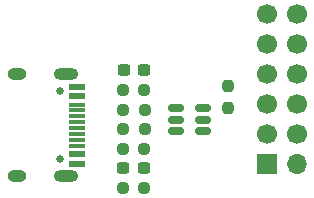
<source format=gts>
%TF.GenerationSoftware,KiCad,Pcbnew,6.0.9+dfsg-1*%
%TF.CreationDate,2022-12-26T23:17:41+00:00*%
%TF.ProjectId,PMOD-USB-Device,504d4f44-2d55-4534-922d-446576696365,1*%
%TF.SameCoordinates,Original*%
%TF.FileFunction,Soldermask,Top*%
%TF.FilePolarity,Negative*%
%FSLAX46Y46*%
G04 Gerber Fmt 4.6, Leading zero omitted, Abs format (unit mm)*
G04 Created by KiCad (PCBNEW 6.0.9+dfsg-1) date 2022-12-26 23:17:41*
%MOMM*%
%LPD*%
G01*
G04 APERTURE LIST*
G04 Aperture macros list*
%AMRoundRect*
0 Rectangle with rounded corners*
0 $1 Rounding radius*
0 $2 $3 $4 $5 $6 $7 $8 $9 X,Y pos of 4 corners*
0 Add a 4 corners polygon primitive as box body*
4,1,4,$2,$3,$4,$5,$6,$7,$8,$9,$2,$3,0*
0 Add four circle primitives for the rounded corners*
1,1,$1+$1,$2,$3*
1,1,$1+$1,$4,$5*
1,1,$1+$1,$6,$7*
1,1,$1+$1,$8,$9*
0 Add four rect primitives between the rounded corners*
20,1,$1+$1,$2,$3,$4,$5,0*
20,1,$1+$1,$4,$5,$6,$7,0*
20,1,$1+$1,$6,$7,$8,$9,0*
20,1,$1+$1,$8,$9,$2,$3,0*%
G04 Aperture macros list end*
%ADD10RoundRect,0.237500X-0.250000X-0.237500X0.250000X-0.237500X0.250000X0.237500X-0.250000X0.237500X0*%
%ADD11R,1.700000X1.700000*%
%ADD12C,1.700000*%
%ADD13O,1.700000X1.700000*%
%ADD14RoundRect,0.150000X-0.512500X-0.150000X0.512500X-0.150000X0.512500X0.150000X-0.512500X0.150000X0*%
%ADD15C,0.650000*%
%ADD16R,1.450000X0.600000*%
%ADD17R,1.450000X0.300000*%
%ADD18O,1.600000X1.000000*%
%ADD19O,2.100000X1.000000*%
%ADD20RoundRect,0.237500X0.237500X-0.250000X0.237500X0.250000X-0.237500X0.250000X-0.237500X-0.250000X0*%
%ADD21RoundRect,0.237500X-0.300000X-0.237500X0.300000X-0.237500X0.300000X0.237500X-0.300000X0.237500X0*%
G04 APERTURE END LIST*
D10*
%TO.C,R1*%
X88360600Y-99085400D03*
X90185600Y-99085400D03*
%TD*%
D11*
%TO.C,J2*%
X100574000Y-97119600D03*
D12*
X100574000Y-94579600D03*
X100574000Y-92039600D03*
X100574000Y-89499600D03*
X100574000Y-86959600D03*
X100574000Y-84419600D03*
D13*
X103114000Y-97119600D03*
D12*
X103114000Y-94579600D03*
X103114000Y-92039600D03*
X103114000Y-89499600D03*
X103114000Y-86959600D03*
X103114000Y-84419600D03*
%TD*%
D14*
%TO.C,U1*%
X92835500Y-92369600D03*
X92835500Y-93319600D03*
X92835500Y-94269600D03*
X95110500Y-94269600D03*
X95110500Y-93319600D03*
X95110500Y-92369600D03*
%TD*%
D10*
%TO.C,R5*%
X88366600Y-94132400D03*
X90191600Y-94132400D03*
%TD*%
%TO.C,R3*%
X88360600Y-95783400D03*
X90185600Y-95783400D03*
%TD*%
D15*
%TO.C,J1*%
X83040000Y-96692200D03*
X83040000Y-90912200D03*
D16*
X84485000Y-90552200D03*
X84485000Y-91352200D03*
D17*
X84485000Y-92552200D03*
X84485000Y-93552200D03*
X84485000Y-94052200D03*
X84485000Y-95052200D03*
D16*
X84485000Y-96252200D03*
X84485000Y-97052200D03*
X84485000Y-97052200D03*
X84485000Y-96252200D03*
D17*
X84485000Y-95552200D03*
X84485000Y-94552200D03*
X84485000Y-93052200D03*
X84485000Y-92052200D03*
D16*
X84485000Y-91352200D03*
X84485000Y-90552200D03*
D18*
X79390000Y-98122200D03*
X79390000Y-89482200D03*
D19*
X83570000Y-89482200D03*
X83570000Y-98122200D03*
%TD*%
D10*
%TO.C,R4*%
X88366600Y-92481400D03*
X90191600Y-92481400D03*
%TD*%
D20*
%TO.C,R6*%
X97275000Y-92327100D03*
X97275000Y-90502100D03*
%TD*%
D10*
%TO.C,R2*%
X88360600Y-90830400D03*
X90185600Y-90830400D03*
%TD*%
D21*
%TO.C,C1*%
X88410600Y-97434400D03*
X90135600Y-97434400D03*
%TD*%
%TO.C,C2*%
X88418500Y-89154000D03*
X90143500Y-89154000D03*
%TD*%
M02*

</source>
